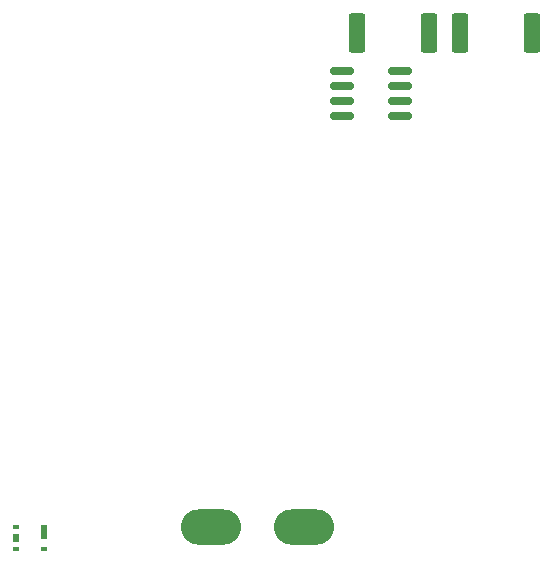
<source format=gbr>
%TF.GenerationSoftware,KiCad,Pcbnew,7.0.2*%
%TF.CreationDate,2024-03-28T22:10:04-05:00*%
%TF.ProjectId,Relay_board_hardware,52656c61-795f-4626-9f61-72645f686172,rev?*%
%TF.SameCoordinates,Original*%
%TF.FileFunction,Paste,Top*%
%TF.FilePolarity,Positive*%
%FSLAX46Y46*%
G04 Gerber Fmt 4.6, Leading zero omitted, Abs format (unit mm)*
G04 Created by KiCad (PCBNEW 7.0.2) date 2024-03-28 22:10:04*
%MOMM*%
%LPD*%
G01*
G04 APERTURE LIST*
G04 Aperture macros list*
%AMRoundRect*
0 Rectangle with rounded corners*
0 $1 Rounding radius*
0 $2 $3 $4 $5 $6 $7 $8 $9 X,Y pos of 4 corners*
0 Add a 4 corners polygon primitive as box body*
4,1,4,$2,$3,$4,$5,$6,$7,$8,$9,$2,$3,0*
0 Add four circle primitives for the rounded corners*
1,1,$1+$1,$2,$3*
1,1,$1+$1,$4,$5*
1,1,$1+$1,$6,$7*
1,1,$1+$1,$8,$9*
0 Add four rect primitives between the rounded corners*
20,1,$1+$1,$2,$3,$4,$5,0*
20,1,$1+$1,$4,$5,$6,$7,0*
20,1,$1+$1,$6,$7,$8,$9,0*
20,1,$1+$1,$8,$9,$2,$3,0*%
G04 Aperture macros list end*
%ADD10O,5.100000X3.000000*%
%ADD11RoundRect,0.249999X0.450001X1.425001X-0.450001X1.425001X-0.450001X-1.425001X0.450001X-1.425001X0*%
%ADD12R,0.500000X0.400000*%
%ADD13R,0.500000X0.750000*%
%ADD14R,0.500000X1.300000*%
%ADD15RoundRect,0.150000X0.825000X0.150000X-0.825000X0.150000X-0.825000X-0.150000X0.825000X-0.150000X0*%
G04 APERTURE END LIST*
D10*
%TO.C,Conn1*%
X148463000Y-133922800D03*
X156337000Y-133922800D03*
%TD*%
D11*
%TO.C,R2*%
X166880000Y-92075000D03*
X160780000Y-92075000D03*
%TD*%
D12*
%TO.C,IC1*%
X131953000Y-133863000D03*
D13*
X131953000Y-134813000D03*
D12*
X131953000Y-135763000D03*
X134353000Y-135763000D03*
D14*
X134353000Y-134313000D03*
%TD*%
D15*
%TO.C,U1*%
X164465000Y-99060000D03*
X164465000Y-97790000D03*
X164465000Y-96520000D03*
X164465000Y-95250000D03*
X159515000Y-95250000D03*
X159515000Y-96520000D03*
X159515000Y-97790000D03*
X159515000Y-99060000D03*
%TD*%
D11*
%TO.C,R1*%
X175645000Y-92075000D03*
X169545000Y-92075000D03*
%TD*%
M02*

</source>
